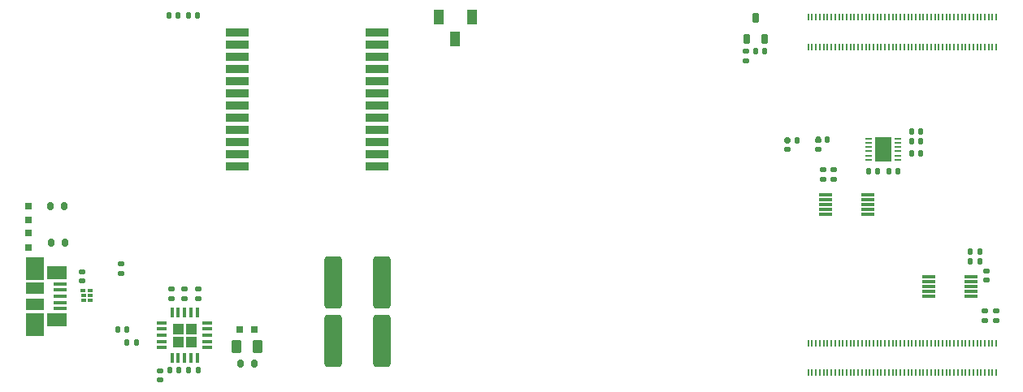
<source format=gbr>
G04 #@! TF.GenerationSoftware,KiCad,Pcbnew,6.0.11+dfsg-1~bpo11+1*
G04 #@! TF.CreationDate,2023-05-25T13:31:40+02:00*
G04 #@! TF.ProjectId,scalenode-cm4-baseboard,7363616c-656e-46f6-9465-2d636d342d62,1.1.1*
G04 #@! TF.SameCoordinates,Original*
G04 #@! TF.FileFunction,Paste,Top*
G04 #@! TF.FilePolarity,Positive*
%FSLAX46Y46*%
G04 Gerber Fmt 4.6, Leading zero omitted, Abs format (unit mm)*
G04 Created by KiCad (PCBNEW 6.0.11+dfsg-1~bpo11+1) date 2023-05-25 13:31:40*
%MOMM*%
%LPD*%
G01*
G04 APERTURE LIST*
G04 Aperture macros list*
%AMRoundRect*
0 Rectangle with rounded corners*
0 $1 Rounding radius*
0 $2 $3 $4 $5 $6 $7 $8 $9 X,Y pos of 4 corners*
0 Add a 4 corners polygon primitive as box body*
4,1,4,$2,$3,$4,$5,$6,$7,$8,$9,$2,$3,0*
0 Add four circle primitives for the rounded corners*
1,1,$1+$1,$2,$3*
1,1,$1+$1,$4,$5*
1,1,$1+$1,$6,$7*
1,1,$1+$1,$8,$9*
0 Add four rect primitives between the rounded corners*
20,1,$1+$1,$2,$3,$4,$5,0*
20,1,$1+$1,$4,$5,$6,$7,0*
20,1,$1+$1,$6,$7,$8,$9,0*
20,1,$1+$1,$8,$9,$2,$3,0*%
G04 Aperture macros list end*
%ADD10C,0.010000*%
%ADD11RoundRect,0.147500X-0.172500X0.147500X-0.172500X-0.147500X0.172500X-0.147500X0.172500X0.147500X0*%
%ADD12RoundRect,0.147500X-0.147500X-0.172500X0.147500X-0.172500X0.147500X0.172500X-0.147500X0.172500X0*%
%ADD13RoundRect,0.120000X-0.180000X-0.280000X0.180000X-0.280000X0.180000X0.280000X-0.180000X0.280000X0*%
%ADD14RoundRect,0.147500X0.147500X0.172500X-0.147500X0.172500X-0.147500X-0.172500X0.147500X-0.172500X0*%
%ADD15R,0.200000X0.700000*%
%ADD16RoundRect,0.147500X0.172500X-0.147500X0.172500X0.147500X-0.172500X0.147500X-0.172500X-0.147500X0*%
%ADD17R,1.450000X0.300000*%
%ADD18R,2.400000X0.850000*%
%ADD19R,0.650000X0.250000*%
%ADD20R,1.700000X2.500000*%
%ADD21RoundRect,0.090000X0.210000X-0.410000X0.210000X0.410000X-0.210000X0.410000X-0.210000X-0.410000X0*%
%ADD22R,1.380000X0.450000*%
%ADD23R,1.900000X2.375000*%
%ADD24R,1.900000X1.175000*%
%ADD25R,2.100000X1.475000*%
%ADD26R,1.000000X1.600000*%
%ADD27R,0.800000X0.800000*%
%ADD28R,0.520000X0.300000*%
%ADD29R,0.490000X0.300000*%
%ADD30RoundRect,0.120000X0.180000X0.280000X-0.180000X0.280000X-0.180000X-0.280000X0.180000X-0.280000X0*%
%ADD31RoundRect,0.250000X0.650000X2.450000X-0.650000X2.450000X-0.650000X-2.450000X0.650000X-2.450000X0*%
%ADD32RoundRect,0.150000X-0.350000X-0.550000X0.350000X-0.550000X0.350000X0.550000X-0.350000X0.550000X0*%
%ADD33R,1.050000X0.340000*%
%ADD34R,0.340000X1.050000*%
G04 APERTURE END LIST*
G36*
X93586500Y-91229000D02*
G01*
X92586500Y-91229000D01*
X92586500Y-90229000D01*
X93586500Y-90229000D01*
X93586500Y-91229000D01*
G37*
D10*
X93586500Y-91229000D02*
X92586500Y-91229000D01*
X92586500Y-90229000D01*
X93586500Y-90229000D01*
X93586500Y-91229000D01*
G36*
X92196500Y-92620000D02*
G01*
X91195500Y-92620000D01*
X91195500Y-91620000D01*
X92196500Y-91620000D01*
X92196500Y-92620000D01*
G37*
X92196500Y-92620000D02*
X91195500Y-92620000D01*
X91195500Y-91620000D01*
X92196500Y-91620000D01*
X92196500Y-92620000D01*
G36*
X93586500Y-92620000D02*
G01*
X92586500Y-92620000D01*
X92586500Y-91620000D01*
X93586500Y-91620000D01*
X93586500Y-92620000D01*
G37*
X93586500Y-92620000D02*
X92586500Y-92620000D01*
X92586500Y-91620000D01*
X93586500Y-91620000D01*
X93586500Y-92620000D01*
G36*
X92196500Y-91229000D02*
G01*
X91195500Y-91229000D01*
X91195500Y-90229000D01*
X92196500Y-90229000D01*
X92196500Y-91229000D01*
G37*
X92196500Y-91229000D02*
X91195500Y-91229000D01*
X91195500Y-90229000D01*
X92196500Y-90229000D01*
X92196500Y-91229000D01*
D11*
X159990000Y-74185000D03*
X159990000Y-75155000D03*
D12*
X174281200Y-83712800D03*
X175249200Y-83712800D03*
X174281200Y-82696800D03*
X175249200Y-82696800D03*
D13*
X78450000Y-77940000D03*
X79850000Y-77940000D03*
D14*
X93775000Y-58106000D03*
X92805000Y-58106000D03*
D12*
X90765000Y-58106000D03*
X91735000Y-58106000D03*
D15*
X176978720Y-58261680D03*
X176978720Y-61342680D03*
X176578720Y-58261680D03*
X176578720Y-61342680D03*
X176177720Y-58261680D03*
X176177720Y-61342680D03*
X175777720Y-58261680D03*
X175777720Y-61342680D03*
X175377720Y-58261680D03*
X175377720Y-61342680D03*
X174977720Y-58261680D03*
X174977720Y-61342680D03*
X174578720Y-58261680D03*
X174578720Y-61342680D03*
X174177720Y-58261680D03*
X174177720Y-61342680D03*
X173777720Y-58261680D03*
X173777720Y-61342680D03*
X173378720Y-58261680D03*
X173378720Y-61342680D03*
X172977720Y-58261680D03*
X172977720Y-61342680D03*
X172578720Y-58261680D03*
X172578720Y-61342680D03*
X172177720Y-58261680D03*
X172177720Y-61342680D03*
X171777720Y-58261680D03*
X171777720Y-61342680D03*
X171378720Y-58261680D03*
X171378720Y-61342680D03*
X170977720Y-58261680D03*
X170977720Y-61342680D03*
X170577720Y-58261680D03*
X170577720Y-61342680D03*
X170177720Y-58261680D03*
X170177720Y-61342680D03*
X169778720Y-58261680D03*
X169778720Y-61342680D03*
X169378720Y-58261680D03*
X169378720Y-61342680D03*
X168978720Y-58261680D03*
X168978720Y-61342680D03*
X168577720Y-58261680D03*
X168577720Y-61342680D03*
X168177720Y-58261680D03*
X168177720Y-61342680D03*
X167777720Y-58261680D03*
X167777720Y-61342680D03*
X167378720Y-58261680D03*
X167378720Y-61342680D03*
X166977720Y-58261680D03*
X166977720Y-61342680D03*
X166578720Y-58261680D03*
X166578720Y-61342680D03*
X166178720Y-58261680D03*
X166178720Y-61342680D03*
X165778720Y-58261680D03*
X165778720Y-61342680D03*
X165377720Y-58261680D03*
X165377720Y-61342680D03*
X164977720Y-58261680D03*
X164977720Y-61342680D03*
X164577720Y-58261680D03*
X164577720Y-61342680D03*
X164178720Y-58261680D03*
X164178720Y-61342680D03*
X163778720Y-58261680D03*
X163778720Y-61342680D03*
X163378720Y-58261680D03*
X163378720Y-61342680D03*
X162977720Y-58261680D03*
X162977720Y-61342680D03*
X162578720Y-58261680D03*
X162578720Y-61342680D03*
X162178720Y-58261680D03*
X162178720Y-61342680D03*
X161777720Y-58261680D03*
X161777720Y-61342680D03*
X161378720Y-58261680D03*
X161378720Y-61342680D03*
X160977720Y-58261680D03*
X160977720Y-61342680D03*
X160578720Y-58261680D03*
X160578720Y-61342680D03*
X160178720Y-58261680D03*
X160178720Y-61342680D03*
X159777720Y-58261680D03*
X159777720Y-61342680D03*
X159378720Y-58261680D03*
X159378720Y-61342680D03*
X158978720Y-58261680D03*
X158978720Y-61342680D03*
X158578720Y-58261680D03*
X158578720Y-61342680D03*
X158178720Y-58261680D03*
X158178720Y-61342680D03*
X157777720Y-58261680D03*
X157777720Y-61342680D03*
X157377720Y-58261680D03*
X157377720Y-61342680D03*
X176978720Y-92261680D03*
X176978720Y-95342680D03*
X176578720Y-92261680D03*
X176578720Y-95342680D03*
X176177720Y-92261680D03*
X176177720Y-95342680D03*
X175777720Y-92261680D03*
X175777720Y-95342680D03*
X175377720Y-92261680D03*
X175377720Y-95342680D03*
X174977720Y-92261680D03*
X174977720Y-95342680D03*
X174578720Y-92261680D03*
X174578720Y-95342680D03*
X174177720Y-92261680D03*
X174177720Y-95342680D03*
X173777720Y-92261680D03*
X173777720Y-95342680D03*
X173378720Y-92261680D03*
X173378720Y-95342680D03*
X172977720Y-92261680D03*
X172977720Y-95342680D03*
X172578720Y-92261680D03*
X172578720Y-95342680D03*
X172177720Y-92261680D03*
X172177720Y-95342680D03*
X171777720Y-92261680D03*
X171777720Y-95342680D03*
X171378720Y-92261680D03*
X171378720Y-95342680D03*
X170977720Y-92261680D03*
X170977720Y-95342680D03*
X170577720Y-92261680D03*
X170577720Y-95342680D03*
X170177720Y-92261680D03*
X170177720Y-95342680D03*
X169778720Y-92261680D03*
X169778720Y-95342680D03*
X169378720Y-92261680D03*
X169378720Y-95342680D03*
X168978720Y-92261680D03*
X168978720Y-95342680D03*
X168577720Y-92261680D03*
X168577720Y-95342680D03*
X168177720Y-92261680D03*
X168177720Y-95342680D03*
X167777720Y-92261680D03*
X167777720Y-95342680D03*
X167378720Y-92261680D03*
X167378720Y-95342680D03*
X166977720Y-92261680D03*
X166977720Y-95342680D03*
X166578720Y-92261680D03*
X166578720Y-95342680D03*
X166178720Y-92261680D03*
X166178720Y-95342680D03*
X165778720Y-92261680D03*
X165778720Y-95342680D03*
X165377720Y-92261680D03*
X165377720Y-95342680D03*
X164977720Y-92261680D03*
X164977720Y-95342680D03*
X164577720Y-92261680D03*
X164577720Y-95342680D03*
X164178720Y-92261680D03*
X164178720Y-95342680D03*
X163778720Y-92261680D03*
X163778720Y-95342680D03*
X163378720Y-92261680D03*
X163378720Y-95342680D03*
X162977720Y-92261680D03*
X162977720Y-95342680D03*
X162578720Y-92261680D03*
X162578720Y-95342680D03*
X162178720Y-92261680D03*
X162178720Y-95342680D03*
X161777720Y-92261680D03*
X161777720Y-95342680D03*
X161378720Y-92261680D03*
X161378720Y-95342680D03*
X160977720Y-92261680D03*
X160977720Y-95342680D03*
X160578720Y-92261680D03*
X160578720Y-95342680D03*
X160178720Y-92261680D03*
X160178720Y-95342680D03*
X159777720Y-92261680D03*
X159777720Y-95342680D03*
X159378720Y-92261680D03*
X159378720Y-95342680D03*
X158978720Y-92261680D03*
X158978720Y-95342680D03*
X158578720Y-92261680D03*
X158578720Y-95342680D03*
X158178720Y-92261680D03*
X158178720Y-95342680D03*
X157777720Y-92261680D03*
X157777720Y-95342680D03*
X157377720Y-92261680D03*
X157377720Y-95342680D03*
D16*
X175959000Y-85671000D03*
X175959000Y-84701000D03*
X85750000Y-84984000D03*
X85750000Y-84016000D03*
X150922000Y-62788000D03*
X150922000Y-61818000D03*
D12*
X151877000Y-61818000D03*
X152847000Y-61818000D03*
D17*
X169949000Y-85329000D03*
X169949000Y-85829000D03*
X169949000Y-86329000D03*
X169949000Y-86829000D03*
X169949000Y-87329000D03*
X174349000Y-87329000D03*
X174349000Y-86829000D03*
X174349000Y-86329000D03*
X174349000Y-85829000D03*
X174349000Y-85329000D03*
D18*
X112487000Y-73804000D03*
X112487000Y-72533000D03*
X112487000Y-71264000D03*
X112487000Y-69994000D03*
X112487000Y-68723000D03*
X112487000Y-67453000D03*
X112487000Y-66185000D03*
X112487000Y-64914000D03*
X112487000Y-63645000D03*
X112487000Y-62373000D03*
X112487000Y-61104000D03*
X112487000Y-59833000D03*
X97888000Y-59833000D03*
X97888000Y-61104000D03*
X97888000Y-62373000D03*
X97888000Y-63645000D03*
X97888000Y-64914000D03*
X97888000Y-66185000D03*
X97888000Y-67453000D03*
X97888000Y-68723000D03*
X97888000Y-69994000D03*
X97888000Y-71264000D03*
X97888000Y-72533000D03*
X97888000Y-73804000D03*
D19*
X166749560Y-73148720D03*
X166749560Y-72699720D03*
X166749560Y-72249720D03*
X166749560Y-71798720D03*
X166749560Y-71348720D03*
X166749560Y-70899720D03*
X163648560Y-70899720D03*
X163648560Y-71348720D03*
X163648560Y-71798720D03*
X163648560Y-72249720D03*
X163648560Y-72699720D03*
X163648560Y-73148720D03*
D20*
X165199560Y-72023720D03*
D12*
X168157400Y-70174600D03*
X169125400Y-70174600D03*
X168159800Y-71190600D03*
X169127800Y-71190600D03*
D14*
X164619560Y-74330040D03*
X163649560Y-74330040D03*
D12*
X165779560Y-74335120D03*
X166749560Y-74335120D03*
D14*
X159377240Y-71053440D03*
X158407240Y-71053440D03*
D16*
X158379160Y-72045200D03*
X158379160Y-71075200D03*
D12*
X155216040Y-71070800D03*
X156186040Y-71070800D03*
D11*
X155182880Y-71095100D03*
X155182880Y-72065100D03*
D21*
X150941000Y-60505000D03*
X152841000Y-60505000D03*
X151891500Y-58305000D03*
D16*
X175808000Y-89862000D03*
X175808000Y-88892000D03*
X176951000Y-89862000D03*
X176951000Y-88892000D03*
D12*
X168159800Y-72460600D03*
X169127800Y-72460600D03*
D16*
X158930000Y-75145000D03*
X158930000Y-74175000D03*
D17*
X159200000Y-76800000D03*
X159200000Y-77300000D03*
X159200000Y-77800000D03*
X159200000Y-78300000D03*
X159200000Y-78800000D03*
X163600000Y-78800000D03*
X163600000Y-78300000D03*
X163600000Y-77800000D03*
X163600000Y-77300000D03*
X163600000Y-76800000D03*
D22*
X79426000Y-86072000D03*
X79426000Y-86721000D03*
X79426000Y-87372000D03*
X79426000Y-88025000D03*
X79426000Y-88673000D03*
D23*
X76766000Y-84462000D03*
D24*
X76766000Y-86537000D03*
D25*
X79066000Y-84909000D03*
D23*
X76766000Y-90286000D03*
D25*
X79066000Y-89836000D03*
D24*
X76766000Y-88209000D03*
D26*
X122350000Y-58252000D03*
X120600000Y-60551000D03*
X118851000Y-58252000D03*
D16*
X81745000Y-85780000D03*
X81745000Y-84812000D03*
D27*
X76100000Y-80791000D03*
X76100000Y-82291000D03*
D28*
X81835000Y-86806000D03*
D29*
X81850000Y-87306000D03*
X81850000Y-87806000D03*
X82600000Y-87806000D03*
X82600000Y-87306000D03*
X82600000Y-86806000D03*
D30*
X79920000Y-81760000D03*
X78520000Y-81760000D03*
D31*
X112950000Y-92060000D03*
X107850000Y-92060000D03*
D32*
X97800000Y-92599000D03*
X100000000Y-92599000D03*
D16*
X93800000Y-87585000D03*
X93800000Y-86615000D03*
D33*
X90032500Y-90125000D03*
X90032500Y-90775000D03*
X90032500Y-91425000D03*
X90032500Y-92074000D03*
X90032500Y-92725000D03*
D34*
X91090500Y-93785000D03*
X91741500Y-93785000D03*
X92390500Y-93785000D03*
X93040500Y-93785000D03*
X93692500Y-93785000D03*
D33*
X94751500Y-92725000D03*
X94751500Y-92074000D03*
X94751500Y-91425000D03*
X94751500Y-90775000D03*
X94751500Y-90125000D03*
D34*
X93692500Y-89064000D03*
X93040500Y-89064000D03*
X92390500Y-89064000D03*
X91741500Y-89064000D03*
X91090500Y-89064000D03*
D11*
X89800000Y-95115000D03*
X89800000Y-96085000D03*
D12*
X90815000Y-95100000D03*
X91785000Y-95100000D03*
D16*
X92400000Y-87585000D03*
X92400000Y-86615000D03*
D12*
X86400000Y-92200000D03*
X87370000Y-92200000D03*
D16*
X91000000Y-87585000D03*
X91000000Y-86615000D03*
D27*
X76100000Y-77931000D03*
X76100000Y-79431000D03*
D12*
X85415000Y-90850000D03*
X86385000Y-90850000D03*
D27*
X98150000Y-90850000D03*
X99650000Y-90850000D03*
D14*
X93785000Y-95100000D03*
X92815000Y-95100000D03*
D31*
X112950000Y-85960000D03*
X107850000Y-85960000D03*
D30*
X99625000Y-94375000D03*
X98225000Y-94375000D03*
M02*

</source>
